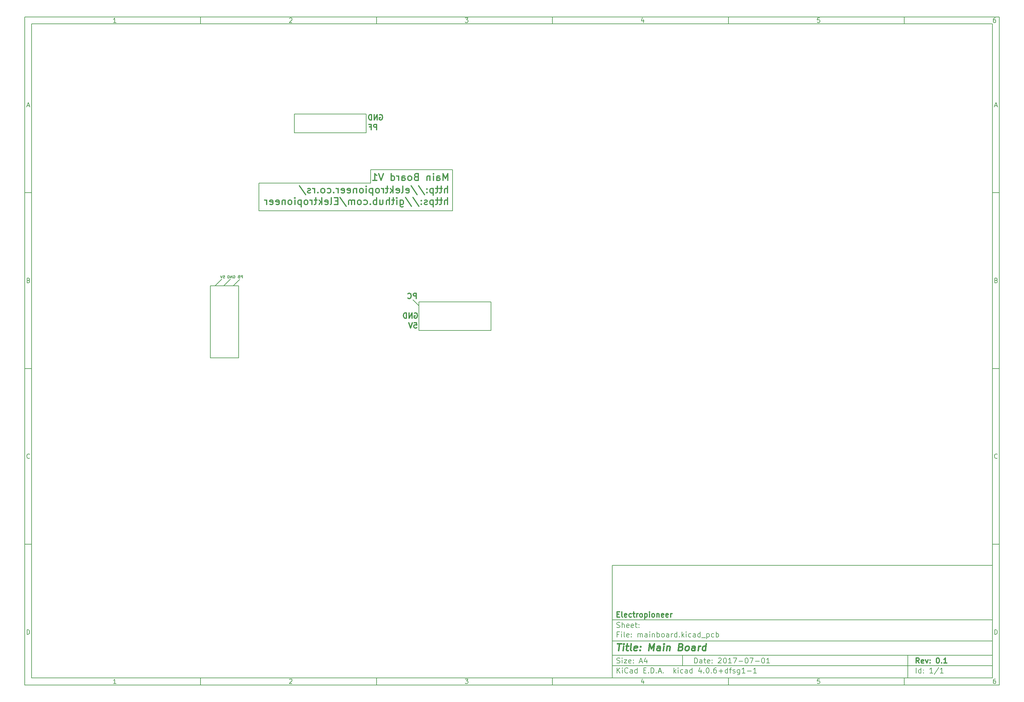
<source format=gbr>
G04 #@! TF.FileFunction,Legend,Bot*
%FSLAX46Y46*%
G04 Gerber Fmt 4.6, Leading zero omitted, Abs format (unit mm)*
G04 Created by KiCad (PCBNEW 4.0.6+dfsg1-1) date Wed Nov 29 19:22:06 2017*
%MOMM*%
%LPD*%
G01*
G04 APERTURE LIST*
%ADD10C,0.100000*%
%ADD11C,0.150000*%
%ADD12C,0.300000*%
%ADD13C,0.400000*%
%ADD14C,0.200000*%
%ADD15C,0.175000*%
G04 APERTURE END LIST*
D10*
D11*
X177002200Y-166007200D02*
X177002200Y-198007200D01*
X285002200Y-198007200D01*
X285002200Y-166007200D01*
X177002200Y-166007200D01*
D10*
D11*
X10000000Y-10000000D02*
X10000000Y-200007200D01*
X287002200Y-200007200D01*
X287002200Y-10000000D01*
X10000000Y-10000000D01*
D10*
D11*
X12000000Y-12000000D02*
X12000000Y-198007200D01*
X285002200Y-198007200D01*
X285002200Y-12000000D01*
X12000000Y-12000000D01*
D10*
D11*
X60000000Y-12000000D02*
X60000000Y-10000000D01*
D10*
D11*
X110000000Y-12000000D02*
X110000000Y-10000000D01*
D10*
D11*
X160000000Y-12000000D02*
X160000000Y-10000000D01*
D10*
D11*
X210000000Y-12000000D02*
X210000000Y-10000000D01*
D10*
D11*
X260000000Y-12000000D02*
X260000000Y-10000000D01*
D10*
D11*
X35990476Y-11588095D02*
X35247619Y-11588095D01*
X35619048Y-11588095D02*
X35619048Y-10288095D01*
X35495238Y-10473810D01*
X35371429Y-10597619D01*
X35247619Y-10659524D01*
D10*
D11*
X85247619Y-10411905D02*
X85309524Y-10350000D01*
X85433333Y-10288095D01*
X85742857Y-10288095D01*
X85866667Y-10350000D01*
X85928571Y-10411905D01*
X85990476Y-10535714D01*
X85990476Y-10659524D01*
X85928571Y-10845238D01*
X85185714Y-11588095D01*
X85990476Y-11588095D01*
D10*
D11*
X135185714Y-10288095D02*
X135990476Y-10288095D01*
X135557143Y-10783333D01*
X135742857Y-10783333D01*
X135866667Y-10845238D01*
X135928571Y-10907143D01*
X135990476Y-11030952D01*
X135990476Y-11340476D01*
X135928571Y-11464286D01*
X135866667Y-11526190D01*
X135742857Y-11588095D01*
X135371429Y-11588095D01*
X135247619Y-11526190D01*
X135185714Y-11464286D01*
D10*
D11*
X185866667Y-10721429D02*
X185866667Y-11588095D01*
X185557143Y-10226190D02*
X185247619Y-11154762D01*
X186052381Y-11154762D01*
D10*
D11*
X235928571Y-10288095D02*
X235309524Y-10288095D01*
X235247619Y-10907143D01*
X235309524Y-10845238D01*
X235433333Y-10783333D01*
X235742857Y-10783333D01*
X235866667Y-10845238D01*
X235928571Y-10907143D01*
X235990476Y-11030952D01*
X235990476Y-11340476D01*
X235928571Y-11464286D01*
X235866667Y-11526190D01*
X235742857Y-11588095D01*
X235433333Y-11588095D01*
X235309524Y-11526190D01*
X235247619Y-11464286D01*
D10*
D11*
X285866667Y-10288095D02*
X285619048Y-10288095D01*
X285495238Y-10350000D01*
X285433333Y-10411905D01*
X285309524Y-10597619D01*
X285247619Y-10845238D01*
X285247619Y-11340476D01*
X285309524Y-11464286D01*
X285371429Y-11526190D01*
X285495238Y-11588095D01*
X285742857Y-11588095D01*
X285866667Y-11526190D01*
X285928571Y-11464286D01*
X285990476Y-11340476D01*
X285990476Y-11030952D01*
X285928571Y-10907143D01*
X285866667Y-10845238D01*
X285742857Y-10783333D01*
X285495238Y-10783333D01*
X285371429Y-10845238D01*
X285309524Y-10907143D01*
X285247619Y-11030952D01*
D10*
D11*
X60000000Y-198007200D02*
X60000000Y-200007200D01*
D10*
D11*
X110000000Y-198007200D02*
X110000000Y-200007200D01*
D10*
D11*
X160000000Y-198007200D02*
X160000000Y-200007200D01*
D10*
D11*
X210000000Y-198007200D02*
X210000000Y-200007200D01*
D10*
D11*
X260000000Y-198007200D02*
X260000000Y-200007200D01*
D10*
D11*
X35990476Y-199595295D02*
X35247619Y-199595295D01*
X35619048Y-199595295D02*
X35619048Y-198295295D01*
X35495238Y-198481010D01*
X35371429Y-198604819D01*
X35247619Y-198666724D01*
D10*
D11*
X85247619Y-198419105D02*
X85309524Y-198357200D01*
X85433333Y-198295295D01*
X85742857Y-198295295D01*
X85866667Y-198357200D01*
X85928571Y-198419105D01*
X85990476Y-198542914D01*
X85990476Y-198666724D01*
X85928571Y-198852438D01*
X85185714Y-199595295D01*
X85990476Y-199595295D01*
D10*
D11*
X135185714Y-198295295D02*
X135990476Y-198295295D01*
X135557143Y-198790533D01*
X135742857Y-198790533D01*
X135866667Y-198852438D01*
X135928571Y-198914343D01*
X135990476Y-199038152D01*
X135990476Y-199347676D01*
X135928571Y-199471486D01*
X135866667Y-199533390D01*
X135742857Y-199595295D01*
X135371429Y-199595295D01*
X135247619Y-199533390D01*
X135185714Y-199471486D01*
D10*
D11*
X185866667Y-198728629D02*
X185866667Y-199595295D01*
X185557143Y-198233390D02*
X185247619Y-199161962D01*
X186052381Y-199161962D01*
D10*
D11*
X235928571Y-198295295D02*
X235309524Y-198295295D01*
X235247619Y-198914343D01*
X235309524Y-198852438D01*
X235433333Y-198790533D01*
X235742857Y-198790533D01*
X235866667Y-198852438D01*
X235928571Y-198914343D01*
X235990476Y-199038152D01*
X235990476Y-199347676D01*
X235928571Y-199471486D01*
X235866667Y-199533390D01*
X235742857Y-199595295D01*
X235433333Y-199595295D01*
X235309524Y-199533390D01*
X235247619Y-199471486D01*
D10*
D11*
X285866667Y-198295295D02*
X285619048Y-198295295D01*
X285495238Y-198357200D01*
X285433333Y-198419105D01*
X285309524Y-198604819D01*
X285247619Y-198852438D01*
X285247619Y-199347676D01*
X285309524Y-199471486D01*
X285371429Y-199533390D01*
X285495238Y-199595295D01*
X285742857Y-199595295D01*
X285866667Y-199533390D01*
X285928571Y-199471486D01*
X285990476Y-199347676D01*
X285990476Y-199038152D01*
X285928571Y-198914343D01*
X285866667Y-198852438D01*
X285742857Y-198790533D01*
X285495238Y-198790533D01*
X285371429Y-198852438D01*
X285309524Y-198914343D01*
X285247619Y-199038152D01*
D10*
D11*
X10000000Y-60000000D02*
X12000000Y-60000000D01*
D10*
D11*
X10000000Y-110000000D02*
X12000000Y-110000000D01*
D10*
D11*
X10000000Y-160000000D02*
X12000000Y-160000000D01*
D10*
D11*
X10690476Y-35216667D02*
X11309524Y-35216667D01*
X10566667Y-35588095D02*
X11000000Y-34288095D01*
X11433333Y-35588095D01*
D10*
D11*
X11092857Y-84907143D02*
X11278571Y-84969048D01*
X11340476Y-85030952D01*
X11402381Y-85154762D01*
X11402381Y-85340476D01*
X11340476Y-85464286D01*
X11278571Y-85526190D01*
X11154762Y-85588095D01*
X10659524Y-85588095D01*
X10659524Y-84288095D01*
X11092857Y-84288095D01*
X11216667Y-84350000D01*
X11278571Y-84411905D01*
X11340476Y-84535714D01*
X11340476Y-84659524D01*
X11278571Y-84783333D01*
X11216667Y-84845238D01*
X11092857Y-84907143D01*
X10659524Y-84907143D01*
D10*
D11*
X11402381Y-135464286D02*
X11340476Y-135526190D01*
X11154762Y-135588095D01*
X11030952Y-135588095D01*
X10845238Y-135526190D01*
X10721429Y-135402381D01*
X10659524Y-135278571D01*
X10597619Y-135030952D01*
X10597619Y-134845238D01*
X10659524Y-134597619D01*
X10721429Y-134473810D01*
X10845238Y-134350000D01*
X11030952Y-134288095D01*
X11154762Y-134288095D01*
X11340476Y-134350000D01*
X11402381Y-134411905D01*
D10*
D11*
X10659524Y-185588095D02*
X10659524Y-184288095D01*
X10969048Y-184288095D01*
X11154762Y-184350000D01*
X11278571Y-184473810D01*
X11340476Y-184597619D01*
X11402381Y-184845238D01*
X11402381Y-185030952D01*
X11340476Y-185278571D01*
X11278571Y-185402381D01*
X11154762Y-185526190D01*
X10969048Y-185588095D01*
X10659524Y-185588095D01*
D10*
D11*
X287002200Y-60000000D02*
X285002200Y-60000000D01*
D10*
D11*
X287002200Y-110000000D02*
X285002200Y-110000000D01*
D10*
D11*
X287002200Y-160000000D02*
X285002200Y-160000000D01*
D10*
D11*
X285692676Y-35216667D02*
X286311724Y-35216667D01*
X285568867Y-35588095D02*
X286002200Y-34288095D01*
X286435533Y-35588095D01*
D10*
D11*
X286095057Y-84907143D02*
X286280771Y-84969048D01*
X286342676Y-85030952D01*
X286404581Y-85154762D01*
X286404581Y-85340476D01*
X286342676Y-85464286D01*
X286280771Y-85526190D01*
X286156962Y-85588095D01*
X285661724Y-85588095D01*
X285661724Y-84288095D01*
X286095057Y-84288095D01*
X286218867Y-84350000D01*
X286280771Y-84411905D01*
X286342676Y-84535714D01*
X286342676Y-84659524D01*
X286280771Y-84783333D01*
X286218867Y-84845238D01*
X286095057Y-84907143D01*
X285661724Y-84907143D01*
D10*
D11*
X286404581Y-135464286D02*
X286342676Y-135526190D01*
X286156962Y-135588095D01*
X286033152Y-135588095D01*
X285847438Y-135526190D01*
X285723629Y-135402381D01*
X285661724Y-135278571D01*
X285599819Y-135030952D01*
X285599819Y-134845238D01*
X285661724Y-134597619D01*
X285723629Y-134473810D01*
X285847438Y-134350000D01*
X286033152Y-134288095D01*
X286156962Y-134288095D01*
X286342676Y-134350000D01*
X286404581Y-134411905D01*
D10*
D11*
X285661724Y-185588095D02*
X285661724Y-184288095D01*
X285971248Y-184288095D01*
X286156962Y-184350000D01*
X286280771Y-184473810D01*
X286342676Y-184597619D01*
X286404581Y-184845238D01*
X286404581Y-185030952D01*
X286342676Y-185278571D01*
X286280771Y-185402381D01*
X286156962Y-185526190D01*
X285971248Y-185588095D01*
X285661724Y-185588095D01*
D10*
D11*
X200359343Y-193785771D02*
X200359343Y-192285771D01*
X200716486Y-192285771D01*
X200930771Y-192357200D01*
X201073629Y-192500057D01*
X201145057Y-192642914D01*
X201216486Y-192928629D01*
X201216486Y-193142914D01*
X201145057Y-193428629D01*
X201073629Y-193571486D01*
X200930771Y-193714343D01*
X200716486Y-193785771D01*
X200359343Y-193785771D01*
X202502200Y-193785771D02*
X202502200Y-193000057D01*
X202430771Y-192857200D01*
X202287914Y-192785771D01*
X202002200Y-192785771D01*
X201859343Y-192857200D01*
X202502200Y-193714343D02*
X202359343Y-193785771D01*
X202002200Y-193785771D01*
X201859343Y-193714343D01*
X201787914Y-193571486D01*
X201787914Y-193428629D01*
X201859343Y-193285771D01*
X202002200Y-193214343D01*
X202359343Y-193214343D01*
X202502200Y-193142914D01*
X203002200Y-192785771D02*
X203573629Y-192785771D01*
X203216486Y-192285771D02*
X203216486Y-193571486D01*
X203287914Y-193714343D01*
X203430772Y-193785771D01*
X203573629Y-193785771D01*
X204645057Y-193714343D02*
X204502200Y-193785771D01*
X204216486Y-193785771D01*
X204073629Y-193714343D01*
X204002200Y-193571486D01*
X204002200Y-193000057D01*
X204073629Y-192857200D01*
X204216486Y-192785771D01*
X204502200Y-192785771D01*
X204645057Y-192857200D01*
X204716486Y-193000057D01*
X204716486Y-193142914D01*
X204002200Y-193285771D01*
X205359343Y-193642914D02*
X205430771Y-193714343D01*
X205359343Y-193785771D01*
X205287914Y-193714343D01*
X205359343Y-193642914D01*
X205359343Y-193785771D01*
X205359343Y-192857200D02*
X205430771Y-192928629D01*
X205359343Y-193000057D01*
X205287914Y-192928629D01*
X205359343Y-192857200D01*
X205359343Y-193000057D01*
X207145057Y-192428629D02*
X207216486Y-192357200D01*
X207359343Y-192285771D01*
X207716486Y-192285771D01*
X207859343Y-192357200D01*
X207930772Y-192428629D01*
X208002200Y-192571486D01*
X208002200Y-192714343D01*
X207930772Y-192928629D01*
X207073629Y-193785771D01*
X208002200Y-193785771D01*
X208930771Y-192285771D02*
X209073628Y-192285771D01*
X209216485Y-192357200D01*
X209287914Y-192428629D01*
X209359343Y-192571486D01*
X209430771Y-192857200D01*
X209430771Y-193214343D01*
X209359343Y-193500057D01*
X209287914Y-193642914D01*
X209216485Y-193714343D01*
X209073628Y-193785771D01*
X208930771Y-193785771D01*
X208787914Y-193714343D01*
X208716485Y-193642914D01*
X208645057Y-193500057D01*
X208573628Y-193214343D01*
X208573628Y-192857200D01*
X208645057Y-192571486D01*
X208716485Y-192428629D01*
X208787914Y-192357200D01*
X208930771Y-192285771D01*
X210859342Y-193785771D02*
X210002199Y-193785771D01*
X210430771Y-193785771D02*
X210430771Y-192285771D01*
X210287914Y-192500057D01*
X210145056Y-192642914D01*
X210002199Y-192714343D01*
X211359342Y-192285771D02*
X212359342Y-192285771D01*
X211716485Y-193785771D01*
X212930770Y-193214343D02*
X214073627Y-193214343D01*
X215073627Y-192285771D02*
X215216484Y-192285771D01*
X215359341Y-192357200D01*
X215430770Y-192428629D01*
X215502199Y-192571486D01*
X215573627Y-192857200D01*
X215573627Y-193214343D01*
X215502199Y-193500057D01*
X215430770Y-193642914D01*
X215359341Y-193714343D01*
X215216484Y-193785771D01*
X215073627Y-193785771D01*
X214930770Y-193714343D01*
X214859341Y-193642914D01*
X214787913Y-193500057D01*
X214716484Y-193214343D01*
X214716484Y-192857200D01*
X214787913Y-192571486D01*
X214859341Y-192428629D01*
X214930770Y-192357200D01*
X215073627Y-192285771D01*
X216073627Y-192285771D02*
X217073627Y-192285771D01*
X216430770Y-193785771D01*
X217645055Y-193214343D02*
X218787912Y-193214343D01*
X219787912Y-192285771D02*
X219930769Y-192285771D01*
X220073626Y-192357200D01*
X220145055Y-192428629D01*
X220216484Y-192571486D01*
X220287912Y-192857200D01*
X220287912Y-193214343D01*
X220216484Y-193500057D01*
X220145055Y-193642914D01*
X220073626Y-193714343D01*
X219930769Y-193785771D01*
X219787912Y-193785771D01*
X219645055Y-193714343D01*
X219573626Y-193642914D01*
X219502198Y-193500057D01*
X219430769Y-193214343D01*
X219430769Y-192857200D01*
X219502198Y-192571486D01*
X219573626Y-192428629D01*
X219645055Y-192357200D01*
X219787912Y-192285771D01*
X221716483Y-193785771D02*
X220859340Y-193785771D01*
X221287912Y-193785771D02*
X221287912Y-192285771D01*
X221145055Y-192500057D01*
X221002197Y-192642914D01*
X220859340Y-192714343D01*
D10*
D11*
X177002200Y-194507200D02*
X285002200Y-194507200D01*
D10*
D11*
X178359343Y-196585771D02*
X178359343Y-195085771D01*
X179216486Y-196585771D02*
X178573629Y-195728629D01*
X179216486Y-195085771D02*
X178359343Y-195942914D01*
X179859343Y-196585771D02*
X179859343Y-195585771D01*
X179859343Y-195085771D02*
X179787914Y-195157200D01*
X179859343Y-195228629D01*
X179930771Y-195157200D01*
X179859343Y-195085771D01*
X179859343Y-195228629D01*
X181430772Y-196442914D02*
X181359343Y-196514343D01*
X181145057Y-196585771D01*
X181002200Y-196585771D01*
X180787915Y-196514343D01*
X180645057Y-196371486D01*
X180573629Y-196228629D01*
X180502200Y-195942914D01*
X180502200Y-195728629D01*
X180573629Y-195442914D01*
X180645057Y-195300057D01*
X180787915Y-195157200D01*
X181002200Y-195085771D01*
X181145057Y-195085771D01*
X181359343Y-195157200D01*
X181430772Y-195228629D01*
X182716486Y-196585771D02*
X182716486Y-195800057D01*
X182645057Y-195657200D01*
X182502200Y-195585771D01*
X182216486Y-195585771D01*
X182073629Y-195657200D01*
X182716486Y-196514343D02*
X182573629Y-196585771D01*
X182216486Y-196585771D01*
X182073629Y-196514343D01*
X182002200Y-196371486D01*
X182002200Y-196228629D01*
X182073629Y-196085771D01*
X182216486Y-196014343D01*
X182573629Y-196014343D01*
X182716486Y-195942914D01*
X184073629Y-196585771D02*
X184073629Y-195085771D01*
X184073629Y-196514343D02*
X183930772Y-196585771D01*
X183645058Y-196585771D01*
X183502200Y-196514343D01*
X183430772Y-196442914D01*
X183359343Y-196300057D01*
X183359343Y-195871486D01*
X183430772Y-195728629D01*
X183502200Y-195657200D01*
X183645058Y-195585771D01*
X183930772Y-195585771D01*
X184073629Y-195657200D01*
X185930772Y-195800057D02*
X186430772Y-195800057D01*
X186645058Y-196585771D02*
X185930772Y-196585771D01*
X185930772Y-195085771D01*
X186645058Y-195085771D01*
X187287915Y-196442914D02*
X187359343Y-196514343D01*
X187287915Y-196585771D01*
X187216486Y-196514343D01*
X187287915Y-196442914D01*
X187287915Y-196585771D01*
X188002201Y-196585771D02*
X188002201Y-195085771D01*
X188359344Y-195085771D01*
X188573629Y-195157200D01*
X188716487Y-195300057D01*
X188787915Y-195442914D01*
X188859344Y-195728629D01*
X188859344Y-195942914D01*
X188787915Y-196228629D01*
X188716487Y-196371486D01*
X188573629Y-196514343D01*
X188359344Y-196585771D01*
X188002201Y-196585771D01*
X189502201Y-196442914D02*
X189573629Y-196514343D01*
X189502201Y-196585771D01*
X189430772Y-196514343D01*
X189502201Y-196442914D01*
X189502201Y-196585771D01*
X190145058Y-196157200D02*
X190859344Y-196157200D01*
X190002201Y-196585771D02*
X190502201Y-195085771D01*
X191002201Y-196585771D01*
X191502201Y-196442914D02*
X191573629Y-196514343D01*
X191502201Y-196585771D01*
X191430772Y-196514343D01*
X191502201Y-196442914D01*
X191502201Y-196585771D01*
X194502201Y-196585771D02*
X194502201Y-195085771D01*
X194645058Y-196014343D02*
X195073629Y-196585771D01*
X195073629Y-195585771D02*
X194502201Y-196157200D01*
X195716487Y-196585771D02*
X195716487Y-195585771D01*
X195716487Y-195085771D02*
X195645058Y-195157200D01*
X195716487Y-195228629D01*
X195787915Y-195157200D01*
X195716487Y-195085771D01*
X195716487Y-195228629D01*
X197073630Y-196514343D02*
X196930773Y-196585771D01*
X196645059Y-196585771D01*
X196502201Y-196514343D01*
X196430773Y-196442914D01*
X196359344Y-196300057D01*
X196359344Y-195871486D01*
X196430773Y-195728629D01*
X196502201Y-195657200D01*
X196645059Y-195585771D01*
X196930773Y-195585771D01*
X197073630Y-195657200D01*
X198359344Y-196585771D02*
X198359344Y-195800057D01*
X198287915Y-195657200D01*
X198145058Y-195585771D01*
X197859344Y-195585771D01*
X197716487Y-195657200D01*
X198359344Y-196514343D02*
X198216487Y-196585771D01*
X197859344Y-196585771D01*
X197716487Y-196514343D01*
X197645058Y-196371486D01*
X197645058Y-196228629D01*
X197716487Y-196085771D01*
X197859344Y-196014343D01*
X198216487Y-196014343D01*
X198359344Y-195942914D01*
X199716487Y-196585771D02*
X199716487Y-195085771D01*
X199716487Y-196514343D02*
X199573630Y-196585771D01*
X199287916Y-196585771D01*
X199145058Y-196514343D01*
X199073630Y-196442914D01*
X199002201Y-196300057D01*
X199002201Y-195871486D01*
X199073630Y-195728629D01*
X199145058Y-195657200D01*
X199287916Y-195585771D01*
X199573630Y-195585771D01*
X199716487Y-195657200D01*
X202216487Y-195585771D02*
X202216487Y-196585771D01*
X201859344Y-195014343D02*
X201502201Y-196085771D01*
X202430773Y-196085771D01*
X203002201Y-196442914D02*
X203073629Y-196514343D01*
X203002201Y-196585771D01*
X202930772Y-196514343D01*
X203002201Y-196442914D01*
X203002201Y-196585771D01*
X204002201Y-195085771D02*
X204145058Y-195085771D01*
X204287915Y-195157200D01*
X204359344Y-195228629D01*
X204430773Y-195371486D01*
X204502201Y-195657200D01*
X204502201Y-196014343D01*
X204430773Y-196300057D01*
X204359344Y-196442914D01*
X204287915Y-196514343D01*
X204145058Y-196585771D01*
X204002201Y-196585771D01*
X203859344Y-196514343D01*
X203787915Y-196442914D01*
X203716487Y-196300057D01*
X203645058Y-196014343D01*
X203645058Y-195657200D01*
X203716487Y-195371486D01*
X203787915Y-195228629D01*
X203859344Y-195157200D01*
X204002201Y-195085771D01*
X205145058Y-196442914D02*
X205216486Y-196514343D01*
X205145058Y-196585771D01*
X205073629Y-196514343D01*
X205145058Y-196442914D01*
X205145058Y-196585771D01*
X206502201Y-195085771D02*
X206216487Y-195085771D01*
X206073630Y-195157200D01*
X206002201Y-195228629D01*
X205859344Y-195442914D01*
X205787915Y-195728629D01*
X205787915Y-196300057D01*
X205859344Y-196442914D01*
X205930772Y-196514343D01*
X206073630Y-196585771D01*
X206359344Y-196585771D01*
X206502201Y-196514343D01*
X206573630Y-196442914D01*
X206645058Y-196300057D01*
X206645058Y-195942914D01*
X206573630Y-195800057D01*
X206502201Y-195728629D01*
X206359344Y-195657200D01*
X206073630Y-195657200D01*
X205930772Y-195728629D01*
X205859344Y-195800057D01*
X205787915Y-195942914D01*
X207287915Y-196014343D02*
X208430772Y-196014343D01*
X207859343Y-196585771D02*
X207859343Y-195442914D01*
X209787915Y-196585771D02*
X209787915Y-195085771D01*
X209787915Y-196514343D02*
X209645058Y-196585771D01*
X209359344Y-196585771D01*
X209216486Y-196514343D01*
X209145058Y-196442914D01*
X209073629Y-196300057D01*
X209073629Y-195871486D01*
X209145058Y-195728629D01*
X209216486Y-195657200D01*
X209359344Y-195585771D01*
X209645058Y-195585771D01*
X209787915Y-195657200D01*
X210287915Y-195585771D02*
X210859344Y-195585771D01*
X210502201Y-196585771D02*
X210502201Y-195300057D01*
X210573629Y-195157200D01*
X210716487Y-195085771D01*
X210859344Y-195085771D01*
X211287915Y-196514343D02*
X211430772Y-196585771D01*
X211716487Y-196585771D01*
X211859344Y-196514343D01*
X211930772Y-196371486D01*
X211930772Y-196300057D01*
X211859344Y-196157200D01*
X211716487Y-196085771D01*
X211502201Y-196085771D01*
X211359344Y-196014343D01*
X211287915Y-195871486D01*
X211287915Y-195800057D01*
X211359344Y-195657200D01*
X211502201Y-195585771D01*
X211716487Y-195585771D01*
X211859344Y-195657200D01*
X213216487Y-195585771D02*
X213216487Y-196800057D01*
X213145058Y-196942914D01*
X213073630Y-197014343D01*
X212930773Y-197085771D01*
X212716487Y-197085771D01*
X212573630Y-197014343D01*
X213216487Y-196514343D02*
X213073630Y-196585771D01*
X212787916Y-196585771D01*
X212645058Y-196514343D01*
X212573630Y-196442914D01*
X212502201Y-196300057D01*
X212502201Y-195871486D01*
X212573630Y-195728629D01*
X212645058Y-195657200D01*
X212787916Y-195585771D01*
X213073630Y-195585771D01*
X213216487Y-195657200D01*
X214716487Y-196585771D02*
X213859344Y-196585771D01*
X214287916Y-196585771D02*
X214287916Y-195085771D01*
X214145059Y-195300057D01*
X214002201Y-195442914D01*
X213859344Y-195514343D01*
X215359344Y-196014343D02*
X216502201Y-196014343D01*
X218002201Y-196585771D02*
X217145058Y-196585771D01*
X217573630Y-196585771D02*
X217573630Y-195085771D01*
X217430773Y-195300057D01*
X217287915Y-195442914D01*
X217145058Y-195514343D01*
D10*
D11*
X177002200Y-191507200D02*
X285002200Y-191507200D01*
D10*
D12*
X264216486Y-193785771D02*
X263716486Y-193071486D01*
X263359343Y-193785771D02*
X263359343Y-192285771D01*
X263930771Y-192285771D01*
X264073629Y-192357200D01*
X264145057Y-192428629D01*
X264216486Y-192571486D01*
X264216486Y-192785771D01*
X264145057Y-192928629D01*
X264073629Y-193000057D01*
X263930771Y-193071486D01*
X263359343Y-193071486D01*
X265430771Y-193714343D02*
X265287914Y-193785771D01*
X265002200Y-193785771D01*
X264859343Y-193714343D01*
X264787914Y-193571486D01*
X264787914Y-193000057D01*
X264859343Y-192857200D01*
X265002200Y-192785771D01*
X265287914Y-192785771D01*
X265430771Y-192857200D01*
X265502200Y-193000057D01*
X265502200Y-193142914D01*
X264787914Y-193285771D01*
X266002200Y-192785771D02*
X266359343Y-193785771D01*
X266716485Y-192785771D01*
X267287914Y-193642914D02*
X267359342Y-193714343D01*
X267287914Y-193785771D01*
X267216485Y-193714343D01*
X267287914Y-193642914D01*
X267287914Y-193785771D01*
X267287914Y-192857200D02*
X267359342Y-192928629D01*
X267287914Y-193000057D01*
X267216485Y-192928629D01*
X267287914Y-192857200D01*
X267287914Y-193000057D01*
X269430771Y-192285771D02*
X269573628Y-192285771D01*
X269716485Y-192357200D01*
X269787914Y-192428629D01*
X269859343Y-192571486D01*
X269930771Y-192857200D01*
X269930771Y-193214343D01*
X269859343Y-193500057D01*
X269787914Y-193642914D01*
X269716485Y-193714343D01*
X269573628Y-193785771D01*
X269430771Y-193785771D01*
X269287914Y-193714343D01*
X269216485Y-193642914D01*
X269145057Y-193500057D01*
X269073628Y-193214343D01*
X269073628Y-192857200D01*
X269145057Y-192571486D01*
X269216485Y-192428629D01*
X269287914Y-192357200D01*
X269430771Y-192285771D01*
X270573628Y-193642914D02*
X270645056Y-193714343D01*
X270573628Y-193785771D01*
X270502199Y-193714343D01*
X270573628Y-193642914D01*
X270573628Y-193785771D01*
X272073628Y-193785771D02*
X271216485Y-193785771D01*
X271645057Y-193785771D02*
X271645057Y-192285771D01*
X271502200Y-192500057D01*
X271359342Y-192642914D01*
X271216485Y-192714343D01*
D10*
D11*
X178287914Y-193714343D02*
X178502200Y-193785771D01*
X178859343Y-193785771D01*
X179002200Y-193714343D01*
X179073629Y-193642914D01*
X179145057Y-193500057D01*
X179145057Y-193357200D01*
X179073629Y-193214343D01*
X179002200Y-193142914D01*
X178859343Y-193071486D01*
X178573629Y-193000057D01*
X178430771Y-192928629D01*
X178359343Y-192857200D01*
X178287914Y-192714343D01*
X178287914Y-192571486D01*
X178359343Y-192428629D01*
X178430771Y-192357200D01*
X178573629Y-192285771D01*
X178930771Y-192285771D01*
X179145057Y-192357200D01*
X179787914Y-193785771D02*
X179787914Y-192785771D01*
X179787914Y-192285771D02*
X179716485Y-192357200D01*
X179787914Y-192428629D01*
X179859342Y-192357200D01*
X179787914Y-192285771D01*
X179787914Y-192428629D01*
X180359343Y-192785771D02*
X181145057Y-192785771D01*
X180359343Y-193785771D01*
X181145057Y-193785771D01*
X182287914Y-193714343D02*
X182145057Y-193785771D01*
X181859343Y-193785771D01*
X181716486Y-193714343D01*
X181645057Y-193571486D01*
X181645057Y-193000057D01*
X181716486Y-192857200D01*
X181859343Y-192785771D01*
X182145057Y-192785771D01*
X182287914Y-192857200D01*
X182359343Y-193000057D01*
X182359343Y-193142914D01*
X181645057Y-193285771D01*
X183002200Y-193642914D02*
X183073628Y-193714343D01*
X183002200Y-193785771D01*
X182930771Y-193714343D01*
X183002200Y-193642914D01*
X183002200Y-193785771D01*
X183002200Y-192857200D02*
X183073628Y-192928629D01*
X183002200Y-193000057D01*
X182930771Y-192928629D01*
X183002200Y-192857200D01*
X183002200Y-193000057D01*
X184787914Y-193357200D02*
X185502200Y-193357200D01*
X184645057Y-193785771D02*
X185145057Y-192285771D01*
X185645057Y-193785771D01*
X186787914Y-192785771D02*
X186787914Y-193785771D01*
X186430771Y-192214343D02*
X186073628Y-193285771D01*
X187002200Y-193285771D01*
D10*
D11*
X263359343Y-196585771D02*
X263359343Y-195085771D01*
X264716486Y-196585771D02*
X264716486Y-195085771D01*
X264716486Y-196514343D02*
X264573629Y-196585771D01*
X264287915Y-196585771D01*
X264145057Y-196514343D01*
X264073629Y-196442914D01*
X264002200Y-196300057D01*
X264002200Y-195871486D01*
X264073629Y-195728629D01*
X264145057Y-195657200D01*
X264287915Y-195585771D01*
X264573629Y-195585771D01*
X264716486Y-195657200D01*
X265430772Y-196442914D02*
X265502200Y-196514343D01*
X265430772Y-196585771D01*
X265359343Y-196514343D01*
X265430772Y-196442914D01*
X265430772Y-196585771D01*
X265430772Y-195657200D02*
X265502200Y-195728629D01*
X265430772Y-195800057D01*
X265359343Y-195728629D01*
X265430772Y-195657200D01*
X265430772Y-195800057D01*
X268073629Y-196585771D02*
X267216486Y-196585771D01*
X267645058Y-196585771D02*
X267645058Y-195085771D01*
X267502201Y-195300057D01*
X267359343Y-195442914D01*
X267216486Y-195514343D01*
X269787914Y-195014343D02*
X268502200Y-196942914D01*
X271073629Y-196585771D02*
X270216486Y-196585771D01*
X270645058Y-196585771D02*
X270645058Y-195085771D01*
X270502201Y-195300057D01*
X270359343Y-195442914D01*
X270216486Y-195514343D01*
D10*
D11*
X177002200Y-187507200D02*
X285002200Y-187507200D01*
D10*
D13*
X178454581Y-188211962D02*
X179597438Y-188211962D01*
X178776010Y-190211962D02*
X179026010Y-188211962D01*
X180014105Y-190211962D02*
X180180771Y-188878629D01*
X180264105Y-188211962D02*
X180156962Y-188307200D01*
X180240295Y-188402438D01*
X180347439Y-188307200D01*
X180264105Y-188211962D01*
X180240295Y-188402438D01*
X180847438Y-188878629D02*
X181609343Y-188878629D01*
X181216486Y-188211962D02*
X181002200Y-189926248D01*
X181073630Y-190116724D01*
X181252201Y-190211962D01*
X181442677Y-190211962D01*
X182395058Y-190211962D02*
X182216487Y-190116724D01*
X182145057Y-189926248D01*
X182359343Y-188211962D01*
X183930772Y-190116724D02*
X183728391Y-190211962D01*
X183347439Y-190211962D01*
X183168867Y-190116724D01*
X183097438Y-189926248D01*
X183192676Y-189164343D01*
X183311724Y-188973867D01*
X183514105Y-188878629D01*
X183895057Y-188878629D01*
X184073629Y-188973867D01*
X184145057Y-189164343D01*
X184121248Y-189354819D01*
X183145057Y-189545295D01*
X184895057Y-190021486D02*
X184978392Y-190116724D01*
X184871248Y-190211962D01*
X184787915Y-190116724D01*
X184895057Y-190021486D01*
X184871248Y-190211962D01*
X185026010Y-188973867D02*
X185109344Y-189069105D01*
X185002200Y-189164343D01*
X184918867Y-189069105D01*
X185026010Y-188973867D01*
X185002200Y-189164343D01*
X187347439Y-190211962D02*
X187597439Y-188211962D01*
X188085534Y-189640533D01*
X188930773Y-188211962D01*
X188680773Y-190211962D01*
X190490296Y-190211962D02*
X190621248Y-189164343D01*
X190549820Y-188973867D01*
X190371248Y-188878629D01*
X189990296Y-188878629D01*
X189787915Y-188973867D01*
X190502201Y-190116724D02*
X190299820Y-190211962D01*
X189823630Y-190211962D01*
X189645058Y-190116724D01*
X189573629Y-189926248D01*
X189597439Y-189735771D01*
X189716486Y-189545295D01*
X189918868Y-189450057D01*
X190395058Y-189450057D01*
X190597439Y-189354819D01*
X191442677Y-190211962D02*
X191609343Y-188878629D01*
X191692677Y-188211962D02*
X191585534Y-188307200D01*
X191668867Y-188402438D01*
X191776011Y-188307200D01*
X191692677Y-188211962D01*
X191668867Y-188402438D01*
X192561724Y-188878629D02*
X192395058Y-190211962D01*
X192537915Y-189069105D02*
X192645059Y-188973867D01*
X192847439Y-188878629D01*
X193133153Y-188878629D01*
X193311725Y-188973867D01*
X193383153Y-189164343D01*
X193252201Y-190211962D01*
X196526011Y-189164343D02*
X196799820Y-189259581D01*
X196883155Y-189354819D01*
X196954583Y-189545295D01*
X196918869Y-189831010D01*
X196799821Y-190021486D01*
X196692678Y-190116724D01*
X196490297Y-190211962D01*
X195728392Y-190211962D01*
X195978392Y-188211962D01*
X196645059Y-188211962D01*
X196823630Y-188307200D01*
X196906963Y-188402438D01*
X196978393Y-188592914D01*
X196954583Y-188783390D01*
X196835535Y-188973867D01*
X196728392Y-189069105D01*
X196526011Y-189164343D01*
X195859344Y-189164343D01*
X198014107Y-190211962D02*
X197835536Y-190116724D01*
X197752201Y-190021486D01*
X197680773Y-189831010D01*
X197752201Y-189259581D01*
X197871249Y-189069105D01*
X197978393Y-188973867D01*
X198180773Y-188878629D01*
X198466487Y-188878629D01*
X198645059Y-188973867D01*
X198728392Y-189069105D01*
X198799820Y-189259581D01*
X198728392Y-189831010D01*
X198609344Y-190021486D01*
X198502202Y-190116724D01*
X198299821Y-190211962D01*
X198014107Y-190211962D01*
X200395059Y-190211962D02*
X200526011Y-189164343D01*
X200454583Y-188973867D01*
X200276011Y-188878629D01*
X199895059Y-188878629D01*
X199692678Y-188973867D01*
X200406964Y-190116724D02*
X200204583Y-190211962D01*
X199728393Y-190211962D01*
X199549821Y-190116724D01*
X199478392Y-189926248D01*
X199502202Y-189735771D01*
X199621249Y-189545295D01*
X199823631Y-189450057D01*
X200299821Y-189450057D01*
X200502202Y-189354819D01*
X201347440Y-190211962D02*
X201514106Y-188878629D01*
X201466487Y-189259581D02*
X201585536Y-189069105D01*
X201692679Y-188973867D01*
X201895059Y-188878629D01*
X202085535Y-188878629D01*
X203442678Y-190211962D02*
X203692678Y-188211962D01*
X203454583Y-190116724D02*
X203252202Y-190211962D01*
X202871250Y-190211962D01*
X202692679Y-190116724D01*
X202609344Y-190021486D01*
X202537916Y-189831010D01*
X202609344Y-189259581D01*
X202728392Y-189069105D01*
X202835536Y-188973867D01*
X203037916Y-188878629D01*
X203418868Y-188878629D01*
X203597440Y-188973867D01*
D10*
D11*
X178859343Y-185600057D02*
X178359343Y-185600057D01*
X178359343Y-186385771D02*
X178359343Y-184885771D01*
X179073629Y-184885771D01*
X179645057Y-186385771D02*
X179645057Y-185385771D01*
X179645057Y-184885771D02*
X179573628Y-184957200D01*
X179645057Y-185028629D01*
X179716485Y-184957200D01*
X179645057Y-184885771D01*
X179645057Y-185028629D01*
X180573629Y-186385771D02*
X180430771Y-186314343D01*
X180359343Y-186171486D01*
X180359343Y-184885771D01*
X181716485Y-186314343D02*
X181573628Y-186385771D01*
X181287914Y-186385771D01*
X181145057Y-186314343D01*
X181073628Y-186171486D01*
X181073628Y-185600057D01*
X181145057Y-185457200D01*
X181287914Y-185385771D01*
X181573628Y-185385771D01*
X181716485Y-185457200D01*
X181787914Y-185600057D01*
X181787914Y-185742914D01*
X181073628Y-185885771D01*
X182430771Y-186242914D02*
X182502199Y-186314343D01*
X182430771Y-186385771D01*
X182359342Y-186314343D01*
X182430771Y-186242914D01*
X182430771Y-186385771D01*
X182430771Y-185457200D02*
X182502199Y-185528629D01*
X182430771Y-185600057D01*
X182359342Y-185528629D01*
X182430771Y-185457200D01*
X182430771Y-185600057D01*
X184287914Y-186385771D02*
X184287914Y-185385771D01*
X184287914Y-185528629D02*
X184359342Y-185457200D01*
X184502200Y-185385771D01*
X184716485Y-185385771D01*
X184859342Y-185457200D01*
X184930771Y-185600057D01*
X184930771Y-186385771D01*
X184930771Y-185600057D02*
X185002200Y-185457200D01*
X185145057Y-185385771D01*
X185359342Y-185385771D01*
X185502200Y-185457200D01*
X185573628Y-185600057D01*
X185573628Y-186385771D01*
X186930771Y-186385771D02*
X186930771Y-185600057D01*
X186859342Y-185457200D01*
X186716485Y-185385771D01*
X186430771Y-185385771D01*
X186287914Y-185457200D01*
X186930771Y-186314343D02*
X186787914Y-186385771D01*
X186430771Y-186385771D01*
X186287914Y-186314343D01*
X186216485Y-186171486D01*
X186216485Y-186028629D01*
X186287914Y-185885771D01*
X186430771Y-185814343D01*
X186787914Y-185814343D01*
X186930771Y-185742914D01*
X187645057Y-186385771D02*
X187645057Y-185385771D01*
X187645057Y-184885771D02*
X187573628Y-184957200D01*
X187645057Y-185028629D01*
X187716485Y-184957200D01*
X187645057Y-184885771D01*
X187645057Y-185028629D01*
X188359343Y-185385771D02*
X188359343Y-186385771D01*
X188359343Y-185528629D02*
X188430771Y-185457200D01*
X188573629Y-185385771D01*
X188787914Y-185385771D01*
X188930771Y-185457200D01*
X189002200Y-185600057D01*
X189002200Y-186385771D01*
X189716486Y-186385771D02*
X189716486Y-184885771D01*
X189716486Y-185457200D02*
X189859343Y-185385771D01*
X190145057Y-185385771D01*
X190287914Y-185457200D01*
X190359343Y-185528629D01*
X190430772Y-185671486D01*
X190430772Y-186100057D01*
X190359343Y-186242914D01*
X190287914Y-186314343D01*
X190145057Y-186385771D01*
X189859343Y-186385771D01*
X189716486Y-186314343D01*
X191287915Y-186385771D02*
X191145057Y-186314343D01*
X191073629Y-186242914D01*
X191002200Y-186100057D01*
X191002200Y-185671486D01*
X191073629Y-185528629D01*
X191145057Y-185457200D01*
X191287915Y-185385771D01*
X191502200Y-185385771D01*
X191645057Y-185457200D01*
X191716486Y-185528629D01*
X191787915Y-185671486D01*
X191787915Y-186100057D01*
X191716486Y-186242914D01*
X191645057Y-186314343D01*
X191502200Y-186385771D01*
X191287915Y-186385771D01*
X193073629Y-186385771D02*
X193073629Y-185600057D01*
X193002200Y-185457200D01*
X192859343Y-185385771D01*
X192573629Y-185385771D01*
X192430772Y-185457200D01*
X193073629Y-186314343D02*
X192930772Y-186385771D01*
X192573629Y-186385771D01*
X192430772Y-186314343D01*
X192359343Y-186171486D01*
X192359343Y-186028629D01*
X192430772Y-185885771D01*
X192573629Y-185814343D01*
X192930772Y-185814343D01*
X193073629Y-185742914D01*
X193787915Y-186385771D02*
X193787915Y-185385771D01*
X193787915Y-185671486D02*
X193859343Y-185528629D01*
X193930772Y-185457200D01*
X194073629Y-185385771D01*
X194216486Y-185385771D01*
X195359343Y-186385771D02*
X195359343Y-184885771D01*
X195359343Y-186314343D02*
X195216486Y-186385771D01*
X194930772Y-186385771D01*
X194787914Y-186314343D01*
X194716486Y-186242914D01*
X194645057Y-186100057D01*
X194645057Y-185671486D01*
X194716486Y-185528629D01*
X194787914Y-185457200D01*
X194930772Y-185385771D01*
X195216486Y-185385771D01*
X195359343Y-185457200D01*
X196073629Y-186242914D02*
X196145057Y-186314343D01*
X196073629Y-186385771D01*
X196002200Y-186314343D01*
X196073629Y-186242914D01*
X196073629Y-186385771D01*
X196787915Y-186385771D02*
X196787915Y-184885771D01*
X196930772Y-185814343D02*
X197359343Y-186385771D01*
X197359343Y-185385771D02*
X196787915Y-185957200D01*
X198002201Y-186385771D02*
X198002201Y-185385771D01*
X198002201Y-184885771D02*
X197930772Y-184957200D01*
X198002201Y-185028629D01*
X198073629Y-184957200D01*
X198002201Y-184885771D01*
X198002201Y-185028629D01*
X199359344Y-186314343D02*
X199216487Y-186385771D01*
X198930773Y-186385771D01*
X198787915Y-186314343D01*
X198716487Y-186242914D01*
X198645058Y-186100057D01*
X198645058Y-185671486D01*
X198716487Y-185528629D01*
X198787915Y-185457200D01*
X198930773Y-185385771D01*
X199216487Y-185385771D01*
X199359344Y-185457200D01*
X200645058Y-186385771D02*
X200645058Y-185600057D01*
X200573629Y-185457200D01*
X200430772Y-185385771D01*
X200145058Y-185385771D01*
X200002201Y-185457200D01*
X200645058Y-186314343D02*
X200502201Y-186385771D01*
X200145058Y-186385771D01*
X200002201Y-186314343D01*
X199930772Y-186171486D01*
X199930772Y-186028629D01*
X200002201Y-185885771D01*
X200145058Y-185814343D01*
X200502201Y-185814343D01*
X200645058Y-185742914D01*
X202002201Y-186385771D02*
X202002201Y-184885771D01*
X202002201Y-186314343D02*
X201859344Y-186385771D01*
X201573630Y-186385771D01*
X201430772Y-186314343D01*
X201359344Y-186242914D01*
X201287915Y-186100057D01*
X201287915Y-185671486D01*
X201359344Y-185528629D01*
X201430772Y-185457200D01*
X201573630Y-185385771D01*
X201859344Y-185385771D01*
X202002201Y-185457200D01*
X202359344Y-186528629D02*
X203502201Y-186528629D01*
X203859344Y-185385771D02*
X203859344Y-186885771D01*
X203859344Y-185457200D02*
X204002201Y-185385771D01*
X204287915Y-185385771D01*
X204430772Y-185457200D01*
X204502201Y-185528629D01*
X204573630Y-185671486D01*
X204573630Y-186100057D01*
X204502201Y-186242914D01*
X204430772Y-186314343D01*
X204287915Y-186385771D01*
X204002201Y-186385771D01*
X203859344Y-186314343D01*
X205859344Y-186314343D02*
X205716487Y-186385771D01*
X205430773Y-186385771D01*
X205287915Y-186314343D01*
X205216487Y-186242914D01*
X205145058Y-186100057D01*
X205145058Y-185671486D01*
X205216487Y-185528629D01*
X205287915Y-185457200D01*
X205430773Y-185385771D01*
X205716487Y-185385771D01*
X205859344Y-185457200D01*
X206502201Y-186385771D02*
X206502201Y-184885771D01*
X206502201Y-185457200D02*
X206645058Y-185385771D01*
X206930772Y-185385771D01*
X207073629Y-185457200D01*
X207145058Y-185528629D01*
X207216487Y-185671486D01*
X207216487Y-186100057D01*
X207145058Y-186242914D01*
X207073629Y-186314343D01*
X206930772Y-186385771D01*
X206645058Y-186385771D01*
X206502201Y-186314343D01*
D10*
D11*
X177002200Y-181507200D02*
X285002200Y-181507200D01*
D10*
D11*
X178287914Y-183614343D02*
X178502200Y-183685771D01*
X178859343Y-183685771D01*
X179002200Y-183614343D01*
X179073629Y-183542914D01*
X179145057Y-183400057D01*
X179145057Y-183257200D01*
X179073629Y-183114343D01*
X179002200Y-183042914D01*
X178859343Y-182971486D01*
X178573629Y-182900057D01*
X178430771Y-182828629D01*
X178359343Y-182757200D01*
X178287914Y-182614343D01*
X178287914Y-182471486D01*
X178359343Y-182328629D01*
X178430771Y-182257200D01*
X178573629Y-182185771D01*
X178930771Y-182185771D01*
X179145057Y-182257200D01*
X179787914Y-183685771D02*
X179787914Y-182185771D01*
X180430771Y-183685771D02*
X180430771Y-182900057D01*
X180359342Y-182757200D01*
X180216485Y-182685771D01*
X180002200Y-182685771D01*
X179859342Y-182757200D01*
X179787914Y-182828629D01*
X181716485Y-183614343D02*
X181573628Y-183685771D01*
X181287914Y-183685771D01*
X181145057Y-183614343D01*
X181073628Y-183471486D01*
X181073628Y-182900057D01*
X181145057Y-182757200D01*
X181287914Y-182685771D01*
X181573628Y-182685771D01*
X181716485Y-182757200D01*
X181787914Y-182900057D01*
X181787914Y-183042914D01*
X181073628Y-183185771D01*
X183002199Y-183614343D02*
X182859342Y-183685771D01*
X182573628Y-183685771D01*
X182430771Y-183614343D01*
X182359342Y-183471486D01*
X182359342Y-182900057D01*
X182430771Y-182757200D01*
X182573628Y-182685771D01*
X182859342Y-182685771D01*
X183002199Y-182757200D01*
X183073628Y-182900057D01*
X183073628Y-183042914D01*
X182359342Y-183185771D01*
X183502199Y-182685771D02*
X184073628Y-182685771D01*
X183716485Y-182185771D02*
X183716485Y-183471486D01*
X183787913Y-183614343D01*
X183930771Y-183685771D01*
X184073628Y-183685771D01*
X184573628Y-183542914D02*
X184645056Y-183614343D01*
X184573628Y-183685771D01*
X184502199Y-183614343D01*
X184573628Y-183542914D01*
X184573628Y-183685771D01*
X184573628Y-182757200D02*
X184645056Y-182828629D01*
X184573628Y-182900057D01*
X184502199Y-182828629D01*
X184573628Y-182757200D01*
X184573628Y-182900057D01*
D10*
D12*
X178359343Y-179900057D02*
X178859343Y-179900057D01*
X179073629Y-180685771D02*
X178359343Y-180685771D01*
X178359343Y-179185771D01*
X179073629Y-179185771D01*
X179930772Y-180685771D02*
X179787914Y-180614343D01*
X179716486Y-180471486D01*
X179716486Y-179185771D01*
X181073628Y-180614343D02*
X180930771Y-180685771D01*
X180645057Y-180685771D01*
X180502200Y-180614343D01*
X180430771Y-180471486D01*
X180430771Y-179900057D01*
X180502200Y-179757200D01*
X180645057Y-179685771D01*
X180930771Y-179685771D01*
X181073628Y-179757200D01*
X181145057Y-179900057D01*
X181145057Y-180042914D01*
X180430771Y-180185771D01*
X182430771Y-180614343D02*
X182287914Y-180685771D01*
X182002200Y-180685771D01*
X181859342Y-180614343D01*
X181787914Y-180542914D01*
X181716485Y-180400057D01*
X181716485Y-179971486D01*
X181787914Y-179828629D01*
X181859342Y-179757200D01*
X182002200Y-179685771D01*
X182287914Y-179685771D01*
X182430771Y-179757200D01*
X182859342Y-179685771D02*
X183430771Y-179685771D01*
X183073628Y-179185771D02*
X183073628Y-180471486D01*
X183145056Y-180614343D01*
X183287914Y-180685771D01*
X183430771Y-180685771D01*
X183930771Y-180685771D02*
X183930771Y-179685771D01*
X183930771Y-179971486D02*
X184002199Y-179828629D01*
X184073628Y-179757200D01*
X184216485Y-179685771D01*
X184359342Y-179685771D01*
X185073628Y-180685771D02*
X184930770Y-180614343D01*
X184859342Y-180542914D01*
X184787913Y-180400057D01*
X184787913Y-179971486D01*
X184859342Y-179828629D01*
X184930770Y-179757200D01*
X185073628Y-179685771D01*
X185287913Y-179685771D01*
X185430770Y-179757200D01*
X185502199Y-179828629D01*
X185573628Y-179971486D01*
X185573628Y-180400057D01*
X185502199Y-180542914D01*
X185430770Y-180614343D01*
X185287913Y-180685771D01*
X185073628Y-180685771D01*
X186216485Y-179685771D02*
X186216485Y-181185771D01*
X186216485Y-179757200D02*
X186359342Y-179685771D01*
X186645056Y-179685771D01*
X186787913Y-179757200D01*
X186859342Y-179828629D01*
X186930771Y-179971486D01*
X186930771Y-180400057D01*
X186859342Y-180542914D01*
X186787913Y-180614343D01*
X186645056Y-180685771D01*
X186359342Y-180685771D01*
X186216485Y-180614343D01*
X187573628Y-180685771D02*
X187573628Y-179685771D01*
X187573628Y-179185771D02*
X187502199Y-179257200D01*
X187573628Y-179328629D01*
X187645056Y-179257200D01*
X187573628Y-179185771D01*
X187573628Y-179328629D01*
X188502200Y-180685771D02*
X188359342Y-180614343D01*
X188287914Y-180542914D01*
X188216485Y-180400057D01*
X188216485Y-179971486D01*
X188287914Y-179828629D01*
X188359342Y-179757200D01*
X188502200Y-179685771D01*
X188716485Y-179685771D01*
X188859342Y-179757200D01*
X188930771Y-179828629D01*
X189002200Y-179971486D01*
X189002200Y-180400057D01*
X188930771Y-180542914D01*
X188859342Y-180614343D01*
X188716485Y-180685771D01*
X188502200Y-180685771D01*
X189645057Y-179685771D02*
X189645057Y-180685771D01*
X189645057Y-179828629D02*
X189716485Y-179757200D01*
X189859343Y-179685771D01*
X190073628Y-179685771D01*
X190216485Y-179757200D01*
X190287914Y-179900057D01*
X190287914Y-180685771D01*
X191573628Y-180614343D02*
X191430771Y-180685771D01*
X191145057Y-180685771D01*
X191002200Y-180614343D01*
X190930771Y-180471486D01*
X190930771Y-179900057D01*
X191002200Y-179757200D01*
X191145057Y-179685771D01*
X191430771Y-179685771D01*
X191573628Y-179757200D01*
X191645057Y-179900057D01*
X191645057Y-180042914D01*
X190930771Y-180185771D01*
X192859342Y-180614343D02*
X192716485Y-180685771D01*
X192430771Y-180685771D01*
X192287914Y-180614343D01*
X192216485Y-180471486D01*
X192216485Y-179900057D01*
X192287914Y-179757200D01*
X192430771Y-179685771D01*
X192716485Y-179685771D01*
X192859342Y-179757200D01*
X192930771Y-179900057D01*
X192930771Y-180042914D01*
X192216485Y-180185771D01*
X193573628Y-180685771D02*
X193573628Y-179685771D01*
X193573628Y-179971486D02*
X193645056Y-179828629D01*
X193716485Y-179757200D01*
X193859342Y-179685771D01*
X194002199Y-179685771D01*
D10*
D11*
X197002200Y-191507200D02*
X197002200Y-194507200D01*
D10*
D11*
X261002200Y-191507200D02*
X261002200Y-198007200D01*
D14*
X122021600Y-92151200D02*
X120345200Y-90474800D01*
X108331000Y-57277000D02*
X76581000Y-57277000D01*
X108331000Y-53467000D02*
X108331000Y-57277000D01*
X131572000Y-53467000D02*
X108331000Y-53467000D01*
X131572000Y-57277000D02*
X131572000Y-53467000D01*
D12*
X130253049Y-56530762D02*
X130253049Y-54530762D01*
X129586382Y-55959333D01*
X128919715Y-54530762D01*
X128919715Y-56530762D01*
X127110192Y-56530762D02*
X127110192Y-55483143D01*
X127205430Y-55292667D01*
X127395906Y-55197429D01*
X127776858Y-55197429D01*
X127967335Y-55292667D01*
X127110192Y-56435524D02*
X127300668Y-56530762D01*
X127776858Y-56530762D01*
X127967335Y-56435524D01*
X128062573Y-56245048D01*
X128062573Y-56054571D01*
X127967335Y-55864095D01*
X127776858Y-55768857D01*
X127300668Y-55768857D01*
X127110192Y-55673619D01*
X126157811Y-56530762D02*
X126157811Y-55197429D01*
X126157811Y-54530762D02*
X126253049Y-54626000D01*
X126157811Y-54721238D01*
X126062572Y-54626000D01*
X126157811Y-54530762D01*
X126157811Y-54721238D01*
X125205430Y-55197429D02*
X125205430Y-56530762D01*
X125205430Y-55387905D02*
X125110191Y-55292667D01*
X124919715Y-55197429D01*
X124634001Y-55197429D01*
X124443525Y-55292667D01*
X124348287Y-55483143D01*
X124348287Y-56530762D01*
X121205429Y-55483143D02*
X120919715Y-55578381D01*
X120824476Y-55673619D01*
X120729238Y-55864095D01*
X120729238Y-56149810D01*
X120824476Y-56340286D01*
X120919715Y-56435524D01*
X121110191Y-56530762D01*
X121872096Y-56530762D01*
X121872096Y-54530762D01*
X121205429Y-54530762D01*
X121014953Y-54626000D01*
X120919715Y-54721238D01*
X120824476Y-54911714D01*
X120824476Y-55102190D01*
X120919715Y-55292667D01*
X121014953Y-55387905D01*
X121205429Y-55483143D01*
X121872096Y-55483143D01*
X119586381Y-56530762D02*
X119776857Y-56435524D01*
X119872096Y-56340286D01*
X119967334Y-56149810D01*
X119967334Y-55578381D01*
X119872096Y-55387905D01*
X119776857Y-55292667D01*
X119586381Y-55197429D01*
X119300667Y-55197429D01*
X119110191Y-55292667D01*
X119014953Y-55387905D01*
X118919715Y-55578381D01*
X118919715Y-56149810D01*
X119014953Y-56340286D01*
X119110191Y-56435524D01*
X119300667Y-56530762D01*
X119586381Y-56530762D01*
X117205429Y-56530762D02*
X117205429Y-55483143D01*
X117300667Y-55292667D01*
X117491143Y-55197429D01*
X117872095Y-55197429D01*
X118062572Y-55292667D01*
X117205429Y-56435524D02*
X117395905Y-56530762D01*
X117872095Y-56530762D01*
X118062572Y-56435524D01*
X118157810Y-56245048D01*
X118157810Y-56054571D01*
X118062572Y-55864095D01*
X117872095Y-55768857D01*
X117395905Y-55768857D01*
X117205429Y-55673619D01*
X116253048Y-56530762D02*
X116253048Y-55197429D01*
X116253048Y-55578381D02*
X116157809Y-55387905D01*
X116062571Y-55292667D01*
X115872095Y-55197429D01*
X115681619Y-55197429D01*
X114157810Y-56530762D02*
X114157810Y-54530762D01*
X114157810Y-56435524D02*
X114348286Y-56530762D01*
X114729238Y-56530762D01*
X114919714Y-56435524D01*
X115014953Y-56340286D01*
X115110191Y-56149810D01*
X115110191Y-55578381D01*
X115014953Y-55387905D01*
X114919714Y-55292667D01*
X114729238Y-55197429D01*
X114348286Y-55197429D01*
X114157810Y-55292667D01*
X111967333Y-54530762D02*
X111300666Y-56530762D01*
X110633999Y-54530762D01*
X108919713Y-56530762D02*
X110062571Y-56530762D01*
X109491142Y-56530762D02*
X109491142Y-54530762D01*
X109681618Y-54816476D01*
X109872094Y-55006952D01*
X110062571Y-55102190D01*
D14*
X131572000Y-65151000D02*
X131572000Y-64516000D01*
X76581000Y-65151000D02*
X131572000Y-65151000D01*
X76581000Y-57277000D02*
X76581000Y-65151000D01*
X131572000Y-64516000D02*
X131572000Y-57277000D01*
D12*
X130206810Y-60087762D02*
X130206810Y-58087762D01*
X129349667Y-60087762D02*
X129349667Y-59040143D01*
X129444905Y-58849667D01*
X129635381Y-58754429D01*
X129921095Y-58754429D01*
X130111571Y-58849667D01*
X130206810Y-58944905D01*
X128683000Y-58754429D02*
X127921095Y-58754429D01*
X128397286Y-58087762D02*
X128397286Y-59802048D01*
X128302047Y-59992524D01*
X128111571Y-60087762D01*
X127921095Y-60087762D01*
X127540143Y-58754429D02*
X126778238Y-58754429D01*
X127254429Y-58087762D02*
X127254429Y-59802048D01*
X127159190Y-59992524D01*
X126968714Y-60087762D01*
X126778238Y-60087762D01*
X126111572Y-58754429D02*
X126111572Y-60754429D01*
X126111572Y-58849667D02*
X125921095Y-58754429D01*
X125540143Y-58754429D01*
X125349667Y-58849667D01*
X125254429Y-58944905D01*
X125159191Y-59135381D01*
X125159191Y-59706810D01*
X125254429Y-59897286D01*
X125349667Y-59992524D01*
X125540143Y-60087762D01*
X125921095Y-60087762D01*
X126111572Y-59992524D01*
X124302048Y-59897286D02*
X124206809Y-59992524D01*
X124302048Y-60087762D01*
X124397286Y-59992524D01*
X124302048Y-59897286D01*
X124302048Y-60087762D01*
X124302048Y-58849667D02*
X124206809Y-58944905D01*
X124302048Y-59040143D01*
X124397286Y-58944905D01*
X124302048Y-58849667D01*
X124302048Y-59040143D01*
X121921095Y-57992524D02*
X123635381Y-60563952D01*
X119825857Y-57992524D02*
X121540143Y-60563952D01*
X118397286Y-59992524D02*
X118587762Y-60087762D01*
X118968714Y-60087762D01*
X119159191Y-59992524D01*
X119254429Y-59802048D01*
X119254429Y-59040143D01*
X119159191Y-58849667D01*
X118968714Y-58754429D01*
X118587762Y-58754429D01*
X118397286Y-58849667D01*
X118302048Y-59040143D01*
X118302048Y-59230619D01*
X119254429Y-59421095D01*
X117159190Y-60087762D02*
X117349666Y-59992524D01*
X117444905Y-59802048D01*
X117444905Y-58087762D01*
X115635381Y-59992524D02*
X115825857Y-60087762D01*
X116206809Y-60087762D01*
X116397286Y-59992524D01*
X116492524Y-59802048D01*
X116492524Y-59040143D01*
X116397286Y-58849667D01*
X116206809Y-58754429D01*
X115825857Y-58754429D01*
X115635381Y-58849667D01*
X115540143Y-59040143D01*
X115540143Y-59230619D01*
X116492524Y-59421095D01*
X114683000Y-60087762D02*
X114683000Y-58087762D01*
X114492523Y-59325857D02*
X113921095Y-60087762D01*
X113921095Y-58754429D02*
X114683000Y-59516333D01*
X113349666Y-58754429D02*
X112587761Y-58754429D01*
X113063952Y-58087762D02*
X113063952Y-59802048D01*
X112968713Y-59992524D01*
X112778237Y-60087762D01*
X112587761Y-60087762D01*
X111921095Y-60087762D02*
X111921095Y-58754429D01*
X111921095Y-59135381D02*
X111825856Y-58944905D01*
X111730618Y-58849667D01*
X111540142Y-58754429D01*
X111349666Y-58754429D01*
X110397285Y-60087762D02*
X110587761Y-59992524D01*
X110683000Y-59897286D01*
X110778238Y-59706810D01*
X110778238Y-59135381D01*
X110683000Y-58944905D01*
X110587761Y-58849667D01*
X110397285Y-58754429D01*
X110111571Y-58754429D01*
X109921095Y-58849667D01*
X109825857Y-58944905D01*
X109730619Y-59135381D01*
X109730619Y-59706810D01*
X109825857Y-59897286D01*
X109921095Y-59992524D01*
X110111571Y-60087762D01*
X110397285Y-60087762D01*
X108873476Y-58754429D02*
X108873476Y-60754429D01*
X108873476Y-58849667D02*
X108682999Y-58754429D01*
X108302047Y-58754429D01*
X108111571Y-58849667D01*
X108016333Y-58944905D01*
X107921095Y-59135381D01*
X107921095Y-59706810D01*
X108016333Y-59897286D01*
X108111571Y-59992524D01*
X108302047Y-60087762D01*
X108682999Y-60087762D01*
X108873476Y-59992524D01*
X107063952Y-60087762D02*
X107063952Y-58754429D01*
X107063952Y-58087762D02*
X107159190Y-58183000D01*
X107063952Y-58278238D01*
X106968713Y-58183000D01*
X107063952Y-58087762D01*
X107063952Y-58278238D01*
X105825856Y-60087762D02*
X106016332Y-59992524D01*
X106111571Y-59897286D01*
X106206809Y-59706810D01*
X106206809Y-59135381D01*
X106111571Y-58944905D01*
X106016332Y-58849667D01*
X105825856Y-58754429D01*
X105540142Y-58754429D01*
X105349666Y-58849667D01*
X105254428Y-58944905D01*
X105159190Y-59135381D01*
X105159190Y-59706810D01*
X105254428Y-59897286D01*
X105349666Y-59992524D01*
X105540142Y-60087762D01*
X105825856Y-60087762D01*
X104302047Y-58754429D02*
X104302047Y-60087762D01*
X104302047Y-58944905D02*
X104206808Y-58849667D01*
X104016332Y-58754429D01*
X103730618Y-58754429D01*
X103540142Y-58849667D01*
X103444904Y-59040143D01*
X103444904Y-60087762D01*
X101730618Y-59992524D02*
X101921094Y-60087762D01*
X102302046Y-60087762D01*
X102492523Y-59992524D01*
X102587761Y-59802048D01*
X102587761Y-59040143D01*
X102492523Y-58849667D01*
X102302046Y-58754429D01*
X101921094Y-58754429D01*
X101730618Y-58849667D01*
X101635380Y-59040143D01*
X101635380Y-59230619D01*
X102587761Y-59421095D01*
X100016332Y-59992524D02*
X100206808Y-60087762D01*
X100587760Y-60087762D01*
X100778237Y-59992524D01*
X100873475Y-59802048D01*
X100873475Y-59040143D01*
X100778237Y-58849667D01*
X100587760Y-58754429D01*
X100206808Y-58754429D01*
X100016332Y-58849667D01*
X99921094Y-59040143D01*
X99921094Y-59230619D01*
X100873475Y-59421095D01*
X99063951Y-60087762D02*
X99063951Y-58754429D01*
X99063951Y-59135381D02*
X98968712Y-58944905D01*
X98873474Y-58849667D01*
X98682998Y-58754429D01*
X98492522Y-58754429D01*
X97825856Y-59897286D02*
X97730617Y-59992524D01*
X97825856Y-60087762D01*
X97921094Y-59992524D01*
X97825856Y-59897286D01*
X97825856Y-60087762D01*
X96016332Y-59992524D02*
X96206808Y-60087762D01*
X96587760Y-60087762D01*
X96778236Y-59992524D01*
X96873475Y-59897286D01*
X96968713Y-59706810D01*
X96968713Y-59135381D01*
X96873475Y-58944905D01*
X96778236Y-58849667D01*
X96587760Y-58754429D01*
X96206808Y-58754429D01*
X96016332Y-58849667D01*
X94873474Y-60087762D02*
X95063950Y-59992524D01*
X95159189Y-59897286D01*
X95254427Y-59706810D01*
X95254427Y-59135381D01*
X95159189Y-58944905D01*
X95063950Y-58849667D01*
X94873474Y-58754429D01*
X94587760Y-58754429D01*
X94397284Y-58849667D01*
X94302046Y-58944905D01*
X94206808Y-59135381D01*
X94206808Y-59706810D01*
X94302046Y-59897286D01*
X94397284Y-59992524D01*
X94587760Y-60087762D01*
X94873474Y-60087762D01*
X93349665Y-59897286D02*
X93254426Y-59992524D01*
X93349665Y-60087762D01*
X93444903Y-59992524D01*
X93349665Y-59897286D01*
X93349665Y-60087762D01*
X92397284Y-60087762D02*
X92397284Y-58754429D01*
X92397284Y-59135381D02*
X92302045Y-58944905D01*
X92206807Y-58849667D01*
X92016331Y-58754429D01*
X91825855Y-58754429D01*
X91254427Y-59992524D02*
X91063950Y-60087762D01*
X90682998Y-60087762D01*
X90492522Y-59992524D01*
X90397284Y-59802048D01*
X90397284Y-59706810D01*
X90492522Y-59516333D01*
X90682998Y-59421095D01*
X90968712Y-59421095D01*
X91159189Y-59325857D01*
X91254427Y-59135381D01*
X91254427Y-59040143D01*
X91159189Y-58849667D01*
X90968712Y-58754429D01*
X90682998Y-58754429D01*
X90492522Y-58849667D01*
X88111569Y-57992524D02*
X89825855Y-60563952D01*
X130206810Y-63387762D02*
X130206810Y-61387762D01*
X129349667Y-63387762D02*
X129349667Y-62340143D01*
X129444905Y-62149667D01*
X129635381Y-62054429D01*
X129921095Y-62054429D01*
X130111571Y-62149667D01*
X130206810Y-62244905D01*
X128683000Y-62054429D02*
X127921095Y-62054429D01*
X128397286Y-61387762D02*
X128397286Y-63102048D01*
X128302047Y-63292524D01*
X128111571Y-63387762D01*
X127921095Y-63387762D01*
X127540143Y-62054429D02*
X126778238Y-62054429D01*
X127254429Y-61387762D02*
X127254429Y-63102048D01*
X127159190Y-63292524D01*
X126968714Y-63387762D01*
X126778238Y-63387762D01*
X126111572Y-62054429D02*
X126111572Y-64054429D01*
X126111572Y-62149667D02*
X125921095Y-62054429D01*
X125540143Y-62054429D01*
X125349667Y-62149667D01*
X125254429Y-62244905D01*
X125159191Y-62435381D01*
X125159191Y-63006810D01*
X125254429Y-63197286D01*
X125349667Y-63292524D01*
X125540143Y-63387762D01*
X125921095Y-63387762D01*
X126111572Y-63292524D01*
X124397286Y-63292524D02*
X124206809Y-63387762D01*
X123825857Y-63387762D01*
X123635381Y-63292524D01*
X123540143Y-63102048D01*
X123540143Y-63006810D01*
X123635381Y-62816333D01*
X123825857Y-62721095D01*
X124111571Y-62721095D01*
X124302048Y-62625857D01*
X124397286Y-62435381D01*
X124397286Y-62340143D01*
X124302048Y-62149667D01*
X124111571Y-62054429D01*
X123825857Y-62054429D01*
X123635381Y-62149667D01*
X122683000Y-63197286D02*
X122587761Y-63292524D01*
X122683000Y-63387762D01*
X122778238Y-63292524D01*
X122683000Y-63197286D01*
X122683000Y-63387762D01*
X122683000Y-62149667D02*
X122587761Y-62244905D01*
X122683000Y-62340143D01*
X122778238Y-62244905D01*
X122683000Y-62149667D01*
X122683000Y-62340143D01*
X120302047Y-61292524D02*
X122016333Y-63863952D01*
X118206809Y-61292524D02*
X119921095Y-63863952D01*
X116683000Y-62054429D02*
X116683000Y-63673476D01*
X116778238Y-63863952D01*
X116873476Y-63959190D01*
X117063952Y-64054429D01*
X117349666Y-64054429D01*
X117540143Y-63959190D01*
X116683000Y-63292524D02*
X116873476Y-63387762D01*
X117254428Y-63387762D01*
X117444904Y-63292524D01*
X117540143Y-63197286D01*
X117635381Y-63006810D01*
X117635381Y-62435381D01*
X117540143Y-62244905D01*
X117444904Y-62149667D01*
X117254428Y-62054429D01*
X116873476Y-62054429D01*
X116683000Y-62149667D01*
X115730619Y-63387762D02*
X115730619Y-62054429D01*
X115730619Y-61387762D02*
X115825857Y-61483000D01*
X115730619Y-61578238D01*
X115635380Y-61483000D01*
X115730619Y-61387762D01*
X115730619Y-61578238D01*
X115063952Y-62054429D02*
X114302047Y-62054429D01*
X114778238Y-61387762D02*
X114778238Y-63102048D01*
X114682999Y-63292524D01*
X114492523Y-63387762D01*
X114302047Y-63387762D01*
X113635381Y-63387762D02*
X113635381Y-61387762D01*
X112778238Y-63387762D02*
X112778238Y-62340143D01*
X112873476Y-62149667D01*
X113063952Y-62054429D01*
X113349666Y-62054429D01*
X113540142Y-62149667D01*
X113635381Y-62244905D01*
X110968714Y-62054429D02*
X110968714Y-63387762D01*
X111825857Y-62054429D02*
X111825857Y-63102048D01*
X111730618Y-63292524D01*
X111540142Y-63387762D01*
X111254428Y-63387762D01*
X111063952Y-63292524D01*
X110968714Y-63197286D01*
X110016333Y-63387762D02*
X110016333Y-61387762D01*
X110016333Y-62149667D02*
X109825856Y-62054429D01*
X109444904Y-62054429D01*
X109254428Y-62149667D01*
X109159190Y-62244905D01*
X109063952Y-62435381D01*
X109063952Y-63006810D01*
X109159190Y-63197286D01*
X109254428Y-63292524D01*
X109444904Y-63387762D01*
X109825856Y-63387762D01*
X110016333Y-63292524D01*
X108206809Y-63197286D02*
X108111570Y-63292524D01*
X108206809Y-63387762D01*
X108302047Y-63292524D01*
X108206809Y-63197286D01*
X108206809Y-63387762D01*
X106397285Y-63292524D02*
X106587761Y-63387762D01*
X106968713Y-63387762D01*
X107159189Y-63292524D01*
X107254428Y-63197286D01*
X107349666Y-63006810D01*
X107349666Y-62435381D01*
X107254428Y-62244905D01*
X107159189Y-62149667D01*
X106968713Y-62054429D01*
X106587761Y-62054429D01*
X106397285Y-62149667D01*
X105254427Y-63387762D02*
X105444903Y-63292524D01*
X105540142Y-63197286D01*
X105635380Y-63006810D01*
X105635380Y-62435381D01*
X105540142Y-62244905D01*
X105444903Y-62149667D01*
X105254427Y-62054429D01*
X104968713Y-62054429D01*
X104778237Y-62149667D01*
X104682999Y-62244905D01*
X104587761Y-62435381D01*
X104587761Y-63006810D01*
X104682999Y-63197286D01*
X104778237Y-63292524D01*
X104968713Y-63387762D01*
X105254427Y-63387762D01*
X103730618Y-63387762D02*
X103730618Y-62054429D01*
X103730618Y-62244905D02*
X103635379Y-62149667D01*
X103444903Y-62054429D01*
X103159189Y-62054429D01*
X102968713Y-62149667D01*
X102873475Y-62340143D01*
X102873475Y-63387762D01*
X102873475Y-62340143D02*
X102778237Y-62149667D01*
X102587760Y-62054429D01*
X102302046Y-62054429D01*
X102111570Y-62149667D01*
X102016332Y-62340143D01*
X102016332Y-63387762D01*
X99635379Y-61292524D02*
X101349665Y-63863952D01*
X98968713Y-62340143D02*
X98302046Y-62340143D01*
X98016332Y-63387762D02*
X98968713Y-63387762D01*
X98968713Y-61387762D01*
X98016332Y-61387762D01*
X96873474Y-63387762D02*
X97063950Y-63292524D01*
X97159189Y-63102048D01*
X97159189Y-61387762D01*
X95349665Y-63292524D02*
X95540141Y-63387762D01*
X95921093Y-63387762D01*
X96111570Y-63292524D01*
X96206808Y-63102048D01*
X96206808Y-62340143D01*
X96111570Y-62149667D01*
X95921093Y-62054429D01*
X95540141Y-62054429D01*
X95349665Y-62149667D01*
X95254427Y-62340143D01*
X95254427Y-62530619D01*
X96206808Y-62721095D01*
X94397284Y-63387762D02*
X94397284Y-61387762D01*
X94206807Y-62625857D02*
X93635379Y-63387762D01*
X93635379Y-62054429D02*
X94397284Y-62816333D01*
X93063950Y-62054429D02*
X92302045Y-62054429D01*
X92778236Y-61387762D02*
X92778236Y-63102048D01*
X92682997Y-63292524D01*
X92492521Y-63387762D01*
X92302045Y-63387762D01*
X91635379Y-63387762D02*
X91635379Y-62054429D01*
X91635379Y-62435381D02*
X91540140Y-62244905D01*
X91444902Y-62149667D01*
X91254426Y-62054429D01*
X91063950Y-62054429D01*
X90111569Y-63387762D02*
X90302045Y-63292524D01*
X90397284Y-63197286D01*
X90492522Y-63006810D01*
X90492522Y-62435381D01*
X90397284Y-62244905D01*
X90302045Y-62149667D01*
X90111569Y-62054429D01*
X89825855Y-62054429D01*
X89635379Y-62149667D01*
X89540141Y-62244905D01*
X89444903Y-62435381D01*
X89444903Y-63006810D01*
X89540141Y-63197286D01*
X89635379Y-63292524D01*
X89825855Y-63387762D01*
X90111569Y-63387762D01*
X88587760Y-62054429D02*
X88587760Y-64054429D01*
X88587760Y-62149667D02*
X88397283Y-62054429D01*
X88016331Y-62054429D01*
X87825855Y-62149667D01*
X87730617Y-62244905D01*
X87635379Y-62435381D01*
X87635379Y-63006810D01*
X87730617Y-63197286D01*
X87825855Y-63292524D01*
X88016331Y-63387762D01*
X88397283Y-63387762D01*
X88587760Y-63292524D01*
X86778236Y-63387762D02*
X86778236Y-62054429D01*
X86778236Y-61387762D02*
X86873474Y-61483000D01*
X86778236Y-61578238D01*
X86682997Y-61483000D01*
X86778236Y-61387762D01*
X86778236Y-61578238D01*
X85540140Y-63387762D02*
X85730616Y-63292524D01*
X85825855Y-63197286D01*
X85921093Y-63006810D01*
X85921093Y-62435381D01*
X85825855Y-62244905D01*
X85730616Y-62149667D01*
X85540140Y-62054429D01*
X85254426Y-62054429D01*
X85063950Y-62149667D01*
X84968712Y-62244905D01*
X84873474Y-62435381D01*
X84873474Y-63006810D01*
X84968712Y-63197286D01*
X85063950Y-63292524D01*
X85254426Y-63387762D01*
X85540140Y-63387762D01*
X84016331Y-62054429D02*
X84016331Y-63387762D01*
X84016331Y-62244905D02*
X83921092Y-62149667D01*
X83730616Y-62054429D01*
X83444902Y-62054429D01*
X83254426Y-62149667D01*
X83159188Y-62340143D01*
X83159188Y-63387762D01*
X81444902Y-63292524D02*
X81635378Y-63387762D01*
X82016330Y-63387762D01*
X82206807Y-63292524D01*
X82302045Y-63102048D01*
X82302045Y-62340143D01*
X82206807Y-62149667D01*
X82016330Y-62054429D01*
X81635378Y-62054429D01*
X81444902Y-62149667D01*
X81349664Y-62340143D01*
X81349664Y-62530619D01*
X82302045Y-62721095D01*
X79730616Y-63292524D02*
X79921092Y-63387762D01*
X80302044Y-63387762D01*
X80492521Y-63292524D01*
X80587759Y-63102048D01*
X80587759Y-62340143D01*
X80492521Y-62149667D01*
X80302044Y-62054429D01*
X79921092Y-62054429D01*
X79730616Y-62149667D01*
X79635378Y-62340143D01*
X79635378Y-62530619D01*
X80587759Y-62721095D01*
X78778235Y-63387762D02*
X78778235Y-62054429D01*
X78778235Y-62435381D02*
X78682996Y-62244905D01*
X78587758Y-62149667D01*
X78397282Y-62054429D01*
X78206806Y-62054429D01*
X120681713Y-96968571D02*
X121395999Y-96968571D01*
X121467428Y-97682857D01*
X121395999Y-97611429D01*
X121253142Y-97540000D01*
X120895999Y-97540000D01*
X120753142Y-97611429D01*
X120681713Y-97682857D01*
X120610285Y-97825714D01*
X120610285Y-98182857D01*
X120681713Y-98325714D01*
X120753142Y-98397143D01*
X120895999Y-98468571D01*
X121253142Y-98468571D01*
X121395999Y-98397143D01*
X121467428Y-98325714D01*
X120181714Y-96968571D02*
X119681714Y-98468571D01*
X119181714Y-96968571D01*
D15*
X66446380Y-83563667D02*
X66827333Y-83563667D01*
X66865428Y-83897000D01*
X66827333Y-83863667D01*
X66751142Y-83830333D01*
X66560666Y-83830333D01*
X66484476Y-83863667D01*
X66446380Y-83897000D01*
X66408285Y-83963667D01*
X66408285Y-84130333D01*
X66446380Y-84197000D01*
X66484476Y-84230333D01*
X66560666Y-84263667D01*
X66751142Y-84263667D01*
X66827333Y-84230333D01*
X66865428Y-84197000D01*
X66179714Y-83563667D02*
X65913047Y-84263667D01*
X65646380Y-83563667D01*
X69316523Y-83597000D02*
X69392714Y-83563667D01*
X69506999Y-83563667D01*
X69621285Y-83597000D01*
X69697476Y-83663667D01*
X69735571Y-83730333D01*
X69773666Y-83863667D01*
X69773666Y-83963667D01*
X69735571Y-84097000D01*
X69697476Y-84163667D01*
X69621285Y-84230333D01*
X69506999Y-84263667D01*
X69430809Y-84263667D01*
X69316523Y-84230333D01*
X69278428Y-84197000D01*
X69278428Y-83963667D01*
X69430809Y-83963667D01*
X68935571Y-84263667D02*
X68935571Y-83563667D01*
X68478428Y-84263667D01*
X68478428Y-83563667D01*
X68097476Y-84263667D02*
X68097476Y-83563667D01*
X67907000Y-83563667D01*
X67792714Y-83597000D01*
X67716523Y-83663667D01*
X67678428Y-83730333D01*
X67640333Y-83863667D01*
X67640333Y-83963667D01*
X67678428Y-84097000D01*
X67716523Y-84163667D01*
X67792714Y-84230333D01*
X67907000Y-84263667D01*
X68097476Y-84263667D01*
X71932724Y-84238267D02*
X71932724Y-83538267D01*
X71627962Y-83538267D01*
X71551771Y-83571600D01*
X71513676Y-83604933D01*
X71475581Y-83671600D01*
X71475581Y-83771600D01*
X71513676Y-83838267D01*
X71551771Y-83871600D01*
X71627962Y-83904933D01*
X71932724Y-83904933D01*
X70866057Y-83871600D02*
X70751771Y-83904933D01*
X70713676Y-83938267D01*
X70675581Y-84004933D01*
X70675581Y-84104933D01*
X70713676Y-84171600D01*
X70751771Y-84204933D01*
X70827962Y-84238267D01*
X71132724Y-84238267D01*
X71132724Y-83538267D01*
X70866057Y-83538267D01*
X70789867Y-83571600D01*
X70751771Y-83604933D01*
X70713676Y-83671600D01*
X70713676Y-83738267D01*
X70751771Y-83804933D01*
X70789867Y-83838267D01*
X70866057Y-83871600D01*
X71132724Y-83871600D01*
D14*
X69278500Y-86487000D02*
X71183500Y-84582000D01*
X66548000Y-86487000D02*
X68516500Y-84518500D01*
X64135000Y-86487000D02*
X66103500Y-84518500D01*
X62738000Y-106934000D02*
X62738000Y-86487000D01*
X70802500Y-106934000D02*
X62738000Y-106934000D01*
X70802500Y-86487000D02*
X70802500Y-106934000D01*
X62738000Y-86487000D02*
X70802500Y-86487000D01*
D12*
X121284857Y-90086571D02*
X121284857Y-88586571D01*
X120713429Y-88586571D01*
X120570571Y-88658000D01*
X120499143Y-88729429D01*
X120427714Y-88872286D01*
X120427714Y-89086571D01*
X120499143Y-89229429D01*
X120570571Y-89300857D01*
X120713429Y-89372286D01*
X121284857Y-89372286D01*
X118927714Y-89943714D02*
X118999143Y-90015143D01*
X119213429Y-90086571D01*
X119356286Y-90086571D01*
X119570571Y-90015143D01*
X119713429Y-89872286D01*
X119784857Y-89729429D01*
X119856286Y-89443714D01*
X119856286Y-89229429D01*
X119784857Y-88943714D01*
X119713429Y-88800857D01*
X119570571Y-88658000D01*
X119356286Y-88586571D01*
X119213429Y-88586571D01*
X118999143Y-88658000D01*
X118927714Y-88729429D01*
X120776857Y-94246000D02*
X120919714Y-94174571D01*
X121134000Y-94174571D01*
X121348285Y-94246000D01*
X121491143Y-94388857D01*
X121562571Y-94531714D01*
X121634000Y-94817429D01*
X121634000Y-95031714D01*
X121562571Y-95317429D01*
X121491143Y-95460286D01*
X121348285Y-95603143D01*
X121134000Y-95674571D01*
X120991143Y-95674571D01*
X120776857Y-95603143D01*
X120705428Y-95531714D01*
X120705428Y-95031714D01*
X120991143Y-95031714D01*
X120062571Y-95674571D02*
X120062571Y-94174571D01*
X119205428Y-95674571D01*
X119205428Y-94174571D01*
X118491142Y-95674571D02*
X118491142Y-94174571D01*
X118133999Y-94174571D01*
X117919714Y-94246000D01*
X117776856Y-94388857D01*
X117705428Y-94531714D01*
X117633999Y-94817429D01*
X117633999Y-95031714D01*
X117705428Y-95317429D01*
X117776856Y-95460286D01*
X117919714Y-95603143D01*
X118133999Y-95674571D01*
X118491142Y-95674571D01*
X110001714Y-42080571D02*
X110001714Y-40580571D01*
X109430286Y-40580571D01*
X109287428Y-40652000D01*
X109216000Y-40723429D01*
X109144571Y-40866286D01*
X109144571Y-41080571D01*
X109216000Y-41223429D01*
X109287428Y-41294857D01*
X109430286Y-41366286D01*
X110001714Y-41366286D01*
X108001714Y-41294857D02*
X108501714Y-41294857D01*
X108501714Y-42080571D02*
X108501714Y-40580571D01*
X107787428Y-40580571D01*
X110870857Y-37858000D02*
X111013714Y-37786571D01*
X111228000Y-37786571D01*
X111442285Y-37858000D01*
X111585143Y-38000857D01*
X111656571Y-38143714D01*
X111728000Y-38429429D01*
X111728000Y-38643714D01*
X111656571Y-38929429D01*
X111585143Y-39072286D01*
X111442285Y-39215143D01*
X111228000Y-39286571D01*
X111085143Y-39286571D01*
X110870857Y-39215143D01*
X110799428Y-39143714D01*
X110799428Y-38643714D01*
X111085143Y-38643714D01*
X110156571Y-39286571D02*
X110156571Y-37786571D01*
X109299428Y-39286571D01*
X109299428Y-37786571D01*
X108585142Y-39286571D02*
X108585142Y-37786571D01*
X108227999Y-37786571D01*
X108013714Y-37858000D01*
X107870856Y-38000857D01*
X107799428Y-38143714D01*
X107727999Y-38429429D01*
X107727999Y-38643714D01*
X107799428Y-38929429D01*
X107870856Y-39072286D01*
X108013714Y-39215143D01*
X108227999Y-39286571D01*
X108585142Y-39286571D01*
D14*
X86614000Y-37592000D02*
X86614000Y-37719000D01*
X107061000Y-37592000D02*
X86614000Y-37592000D01*
X107061000Y-42926000D02*
X107061000Y-37592000D01*
X86614000Y-42926000D02*
X107061000Y-42926000D01*
X86614000Y-37592000D02*
X86614000Y-42926000D01*
X122047000Y-99187000D02*
X122047000Y-91059000D01*
X142494000Y-99187000D02*
X122047000Y-99187000D01*
X142494000Y-91059000D02*
X142494000Y-99187000D01*
X122047000Y-91059000D02*
X142494000Y-91059000D01*
M02*

</source>
